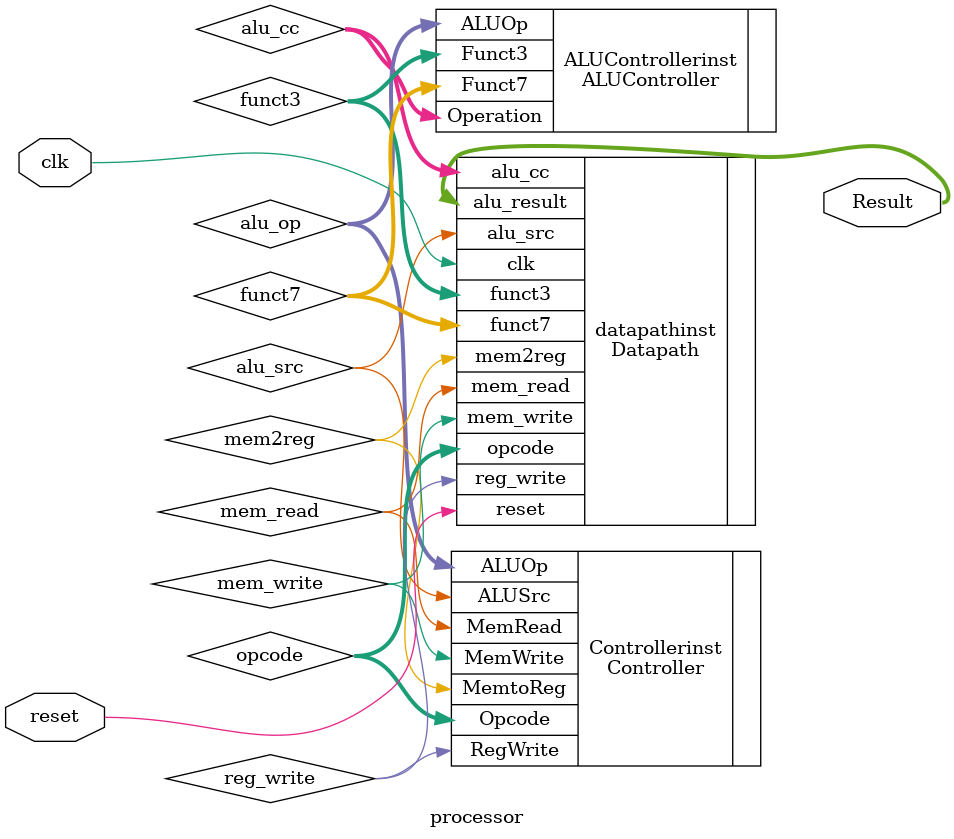
<source format=v>
`timescale 1ns / 1ps

module processor (
    input clk, reset,
    output [31:0] Result   //Shown inputs and outputs in the diagram
);

// Internal wires from the diagram given in manual
wire [6:0] opcode;
wire [6:0] funct7;
wire [2:0] funct3;
wire [3:0] alu_cc;
wire [1:0] alu_op;
wire mem2reg;
wire mem_write;
wire mem_read; 
wire alu_src;
wire reg_write;

// Instantiate Controller to the module
Controller Controllerinst (
    .Opcode(opcode),
    .ALUSrc(alu_src),
    .MemtoReg(mem2reg),
    .RegWrite(reg_write),
    .MemRead(mem_read),
    .MemWrite(mem_write),
    .ALUOp(alu_op)
);

// Instantiate ALUController to the module
ALUController ALUControllerinst (
    .ALUOp(alu_op),
    .Funct7(funct7),
    .Funct3(funct3),
    .Operation(alu_cc)
);

// Instantiate Datapath to the module
Datapath datapathinst (
    .clk(clk),
    .reset(reset),
    .reg_write(reg_write),
    .mem2reg(mem2reg),
    .alu_src(alu_src),
    .mem_write(mem_write),
    .mem_read(mem_read),
    .alu_cc(alu_cc),
    .opcode(opcode),
    .funct7(funct7),
    .funct3(funct3),
    .alu_result(Result)
);

endmodule // processor

</source>
